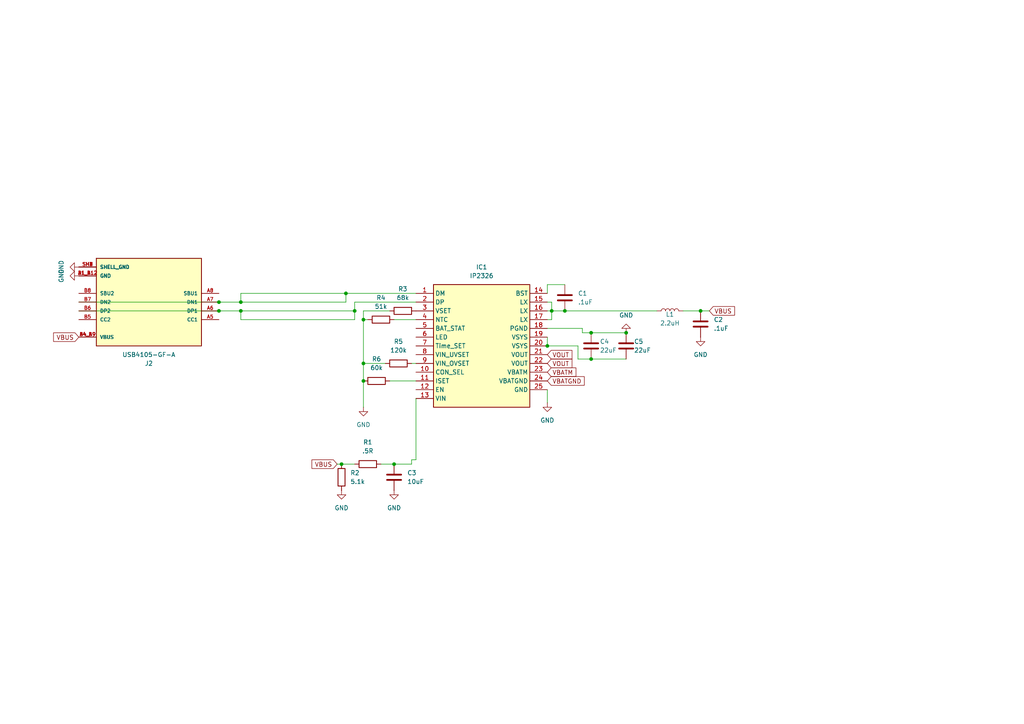
<source format=kicad_sch>
(kicad_sch (version 20231120) (generator "eeschema") (generator_version "8.0")
  (paper "A4")
  (lib_symbols
    (symbol "Device:C" (pin_numbers hide) (pin_names (offset 0.254))
      (property "Reference" "C" (at 0.635 2.54 0))
      (property "Value" "C" (at 0.635 -2.54 0))
      (symbol "C_0_1"
        (polyline (pts (xy -2.032 -0.762) (xy 2.032 -0.762)) (stroke (width 0.508)))
        (polyline (pts (xy -2.032 0.762) (xy 2.032 0.762)) (stroke (width 0.508)))
      )
      (symbol "C_1_1"
        (pin passive line (at 0 3.81 270) (length 2.794) (name "~") (number "1"))
        (pin passive line (at 0 -3.81 90) (length 2.794) (name "~") (number "2"))
      )
    )
    (symbol "Device:L" (pin_numbers hide) (pin_names (offset 1.016) hide)
      (property "Reference" "L" (at -1.27 0 90))
      (property "Value" "L" (at 1.905 0 90))
      (symbol "L_0_1"
        (arc (start 0 -2.54) (mid 0.6323 -1.905) (end 0 -1.27))
        (arc (start 0 -1.27) (mid 0.6323 -0.635) (end 0 0))
        (arc (start 0 0) (mid 0.6323 0.635) (end 0 1.27))
        (arc (start 0 1.27) (mid 0.6323 1.905) (end 0 2.54))
      )
      (symbol "L_1_1"
        (pin passive line (at 0 3.81 270) (length 1.27) (name "1") (number "1"))
        (pin passive line (at 0 -3.81 90) (length 1.27) (name "2") (number "2"))
      )
    )
    (symbol "Device:R" (pin_numbers hide) (pin_names (offset 0))
      (property "Reference" "R" (at 2.032 0 90))
      (property "Value" "R" (at 0 0 90))
      (symbol "R_0_1"
        (rectangle (start -1.016 -2.54) (end 1.016 2.54) (stroke (width 0.254)))
      )
      (symbol "R_1_1"
        (pin passive line (at 0 3.81 270) (length 1.27) (name "~") (number "1"))
        (pin passive line (at 0 -3.81 90) (length 1.27) (name "~") (number "2"))
      )
    )
    (symbol "SamacSys_Parts:IP2326"
      (property "Reference" "IC" (at 45.72 -2.54 0))
      (property "Value" "IP2326" (at 45.72 -5.08 0))
      (symbol "IP2326_1_1"
        (rectangle (start 16.51 -7.62) (end 44.45 -43.18) (stroke (width 0.254)) (fill (type background)))
        (pin passive line (at 11.43 -10.16 0) (length 5.08) (name "DM") (number "1"))
        (pin passive line (at 11.43 -33.02 0) (length 5.08) (name "CON_SEL") (number "10"))
        (pin passive line (at 11.43 -35.56 0) (length 5.08) (name "ISET") (number "11"))
        (pin passive line (at 11.43 -38.1 0) (length 5.08) (name "EN") (number "12"))
        (pin passive line (at 11.43 -40.64 0) (length 5.08) (name "VIN") (number "13"))
        (pin passive line (at 49.53 -10.16 180) (length 5.08) (name "BST") (number "14"))
        (pin passive line (at 49.53 -12.7 180) (length 5.08) (name "LX") (number "15"))
        (pin passive line (at 49.53 -15.24 180) (length 5.08) (name "LX") (number "16"))
        (pin passive line (at 49.53 -17.78 180) (length 5.08) (name "LX") (number "17"))
        (pin passive line (at 49.53 -20.32 180) (length 5.08) (name "PGND") (number "18"))
        (pin passive line (at 49.53 -22.86 180) (length 5.08) (name "VSYS") (number "19"))
        (pin passive line (at 11.43 -12.7 0) (length 5.08) (name "DP") (number "2"))
        (pin passive line (at 49.53 -25.4 180) (length 5.08) (name "VSYS") (number "20"))
        (pin passive line (at 49.53 -27.94 180) (length 5.08) (name "VOUT") (number "21"))
        (pin passive line (at 49.53 -30.48 180) (length 5.08) (name "VOUT") (number "22"))
        (pin passive line (at 49.53 -33.02 180) (length 5.08) (name "VBATM") (number "23"))
        (pin passive line (at 49.53 -35.56 180) (length 5.08) (name "VBATGND") (number "24"))
        (pin passive line (at 49.53 -38.1 180) (length 5.08) (name "GND") (number "25"))
        (pin passive line (at 11.43 -15.24 0) (length 5.08) (name "VSET") (number "3"))
        (pin passive line (at 11.43 -17.78 0) (length 5.08) (name "NTC") (number "4"))
        (pin passive line (at 11.43 -20.32 0) (length 5.08) (name "BAT_STAT") (number "5"))
        (pin passive line (at 11.43 -22.86 0) (length 5.08) (name "LED") (number "6"))
        (pin passive line (at 11.43 -25.4 0) (length 5.08) (name "Time_SET") (number "7"))
        (pin passive line (at 11.43 -27.94 0) (length 5.08) (name "VIN_UVSET") (number "8"))
        (pin passive line (at 11.43 -30.48 0) (length 5.08) (name "VIN_OVSET") (number "9"))
      )
    )
    (symbol "SamacSys_Parts:USB4105-GF-A" (pin_names (offset 1.016))
      (property "Reference" "J" (at -15.24 13.97 0))
      (property "Value" "USB4105-GF-A" (at -15.24 -15.24 0))
      (symbol "USB4105-GF-A_0_0"
        (rectangle (start -15.24 -12.7) (end 15.24 12.7) (stroke (width 0.254)) (fill (type background)))
        (pin power_in line (at 20.32 -7.62 180) (length 5.08) (name "GND") (number "A1_B12"))
        (pin power_in line (at 20.32 10.16 180) (length 5.08) (name "VBUS") (number "A4_B9"))
        (pin bidirectional line (at -20.32 5.08 0) (length 5.08) (name "CC1") (number "A5"))
        (pin bidirectional line (at -20.32 2.54 0) (length 5.08) (name "DP1") (number "A6"))
        (pin bidirectional line (at -20.32 0 0) (length 5.08) (name "DN1") (number "A7"))
        (pin bidirectional line (at -20.32 -2.54 0) (length 5.08) (name "SBU1") (number "A8"))
        (pin power_in line (at 20.32 -7.62 180) (length 5.08) (name "GND") (number "B1_A12"))
        (pin power_in line (at 20.32 10.16 180) (length 5.08) (name "VBUS") (number "B4_A9"))
        (pin bidirectional line (at 20.32 5.08 180) (length 5.08) (name "CC2") (number "B5"))
        (pin bidirectional line (at 20.32 2.54 180) (length 5.08) (name "DP2") (number "B6"))
        (pin bidirectional line (at 20.32 0 180) (length 5.08) (name "DN2") (number "B7"))
        (pin bidirectional line (at 20.32 -2.54 180) (length 5.08) (name "SBU2") (number "B8"))
        (pin power_in line (at 20.32 -10.16 180) (length 5.08) (name "SHELL_GND") (number "SH1"))
        (pin power_in line (at 20.32 -10.16 180) (length 5.08) (name "SHELL_GND") (number "SH2"))
        (pin power_in line (at 20.32 -10.16 180) (length 5.08) (name "SHELL_GND") (number "SH3"))
        (pin power_in line (at 20.32 -10.16 180) (length 5.08) (name "SHELL_GND") (number "SH4"))
      )
    )
    (symbol "power:GND" (power) (pin_numbers hide) (pin_names (offset 0) hide)
      (property "Value" "GND" (at 0 -3.81 0))
      (symbol "GND_0_1"
        (polyline (pts (xy 0 0) (xy 0 -1.27) (xy 1.27 -1.27) (xy 0 -2.54) (xy -1.27 -1.27) (xy 0 -1.27)))
      )
      (symbol "GND_1_1"
        (pin power_in line (at 0 0 270) (length 0) (name "~") (number "1"))
      )
    )
  )
  (junction (at 163.83 90.17))
  (junction (at 69.85 90.17))
  (junction (at 99.06 134.62))
  (junction (at 171.45 96.52))
  (junction (at 158.75 100.33))
  (junction (at 100.33 85.09))
  (junction (at 63.5 90.17))
  (junction (at 105.41 105.41))
  (junction (at 160.02 90.17))
  (junction (at 203.2 90.17))
  (junction (at 69.85 87.63))
  (junction (at 105.41 92.71))
  (junction (at 105.41 110.49))
  (junction (at 114.3 134.62))
  (junction (at 102.87 90.17))
  (junction (at 171.45 104.14))
  (junction (at 63.5 87.63))
  (junction (at 181.61 96.52))
  (wire (pts (xy 158.75 82.55) (xy 163.83 82.55)))
  (wire (pts (xy 205.74 90.17) (xy 203.2 90.17)))
  (wire (pts (xy 120.65 87.63) (xy 102.87 87.63)))
  (wire (pts (xy 105.41 92.71) (xy 105.41 105.41)))
  (wire (pts (xy 102.87 90.17) (xy 102.87 92.71)))
  (wire (pts (xy 99.06 134.62) (xy 102.87 134.62)))
  (wire (pts (xy 160.02 90.17) (xy 160.02 92.71)))
  (wire (pts (xy 119.38 105.41) (xy 120.65 105.41)))
  (wire (pts (xy 168.91 95.25) (xy 168.91 96.52)))
  (wire (pts (xy 105.41 92.71) (xy 106.68 92.71)))
  (wire (pts (xy 69.85 85.09) (xy 100.33 85.09)))
  (wire (pts (xy 158.75 97.79) (xy 158.75 100.33)))
  (wire (pts (xy 113.03 90.17) (xy 105.41 90.17)))
  (wire (pts (xy 160.02 87.63) (xy 158.75 87.63)))
  (wire (pts (xy 105.41 110.49) (xy 105.41 118.11)))
  (wire (pts (xy 69.85 92.71) (xy 102.87 92.71)))
  (wire (pts (xy 105.41 105.41) (xy 111.76 105.41)))
  (wire (pts (xy 114.3 134.62) (xy 119.38 134.62)))
  (wire (pts (xy 158.75 85.09) (xy 158.75 82.55)))
  (wire (pts (xy 120.65 85.09) (xy 100.33 85.09)))
  (wire (pts (xy 158.75 95.25) (xy 168.91 95.25)))
  (wire (pts (xy 158.75 92.71) (xy 160.02 92.71)))
  (wire (pts (xy 119.38 133.35) (xy 120.65 133.35)))
  (wire (pts (xy 69.85 90.17) (xy 69.85 92.71)))
  (wire (pts (xy 69.85 87.63) (xy 69.85 85.09)))
  (wire (pts (xy 167.64 104.14) (xy 167.64 100.33)))
  (wire (pts (xy 198.12 90.17) (xy 203.2 90.17)))
  (wire (pts (xy 69.85 90.17) (xy 102.87 90.17)))
  (wire (pts (xy 171.45 104.14) (xy 181.61 104.14)))
  (wire (pts (xy 167.64 100.33) (xy 158.75 100.33)))
  (wire (pts (xy 102.87 87.63) (xy 102.87 90.17)))
  (wire (pts (xy 97.79 134.62) (xy 99.06 134.62)))
  (wire (pts (xy 69.85 87.63) (xy 100.33 87.63)))
  (wire (pts (xy 190.5 90.17) (xy 163.83 90.17)))
  (wire (pts (xy 63.5 90.17) (xy 69.85 90.17)))
  (wire (pts (xy 119.38 134.62) (xy 119.38 133.35)))
  (wire (pts (xy 158.75 90.17) (xy 160.02 90.17)))
  (wire (pts (xy 171.45 96.52) (xy 181.61 96.52)))
  (wire (pts (xy 114.3 92.71) (xy 120.65 92.71)))
  (wire (pts (xy 158.75 116.84) (xy 158.75 113.03)))
  (wire (pts (xy 168.91 96.52) (xy 171.45 96.52)))
  (wire (pts (xy 110.49 134.62) (xy 114.3 134.62)))
  (wire (pts (xy 105.41 105.41) (xy 105.41 110.49)))
  (wire (pts (xy 171.45 104.14) (xy 167.64 104.14)))
  (wire (pts (xy 105.41 90.17) (xy 105.41 92.71)))
  (wire (pts (xy 22.86 90.17) (xy 63.5 90.17)))
  (wire (pts (xy 22.86 87.63) (xy 63.5 87.63)))
  (wire (pts (xy 100.33 85.09) (xy 100.33 87.63)))
  (wire (pts (xy 63.5 87.63) (xy 69.85 87.63)))
  (wire (pts (xy 113.03 110.49) (xy 120.65 110.49)))
  (wire (pts (xy 160.02 90.17) (xy 160.02 87.63)))
  (wire (pts (xy 120.65 133.35) (xy 120.65 115.57)))
  (wire (pts (xy 163.83 90.17) (xy 160.02 90.17)))
  (global_label "VBUS" (shape input) (at 205.74 90.17 0) (property "Intersheetrefs" "${INTERSHEET_REFS}" (effects (hide yes))))
  (global_label "VBUS" (shape input) (at 97.79 134.62 180) (property "Intersheetrefs" "${INTERSHEET_REFS}" (effects (hide yes))))
  (global_label "VOUT" (shape input) (at 158.75 102.87 0) (property "Intersheetrefs" "${INTERSHEET_REFS}" (effects (hide yes))))
  (global_label "VBATM" (shape input) (at 158.75 107.95 0) (property "Intersheetrefs" "${INTERSHEET_REFS}" (effects (hide yes))))
  (global_label "VBUS" (shape input) (at 22.86 97.79 180) (property "Intersheetrefs" "${INTERSHEET_REFS}" (effects (hide yes))))
  (global_label "VBATGND" (shape input) (at 158.75 110.49 0) (property "Intersheetrefs" "${INTERSHEET_REFS}" (effects (hide yes))))
  (global_label "VOUT" (shape input) (at 158.75 105.41 0) (property "Intersheetrefs" "${INTERSHEET_REFS}" (effects (hide yes))))
  (symbol (lib_id "Device:C") (at 203.2 93.98 0) (unit 1)
    (property "Reference" "C2" (at 207.01 92.7099 0) (effects (justify left)))
    (property "Value" ".1uF" (at 207.01 95.2499 0) (effects (justify left)))
    (property "Footprint" "Capacitor_SMD:C_0805_2012Metric" (effects (hide yes)))
    (property "Description" "Unpolarized capacitor" (effects (hide yes)))
  )
  (symbol (lib_id "power:GND") (at 203.2 97.79 0) (unit 1)
    (property "Reference" "#PWR06" (effects (hide yes)))
    (property "Value" "GND" (at 203.2 102.87 0))
    (property "Description" "Power symbol creates a global label with name \"GND\" , ground" (effects (hide yes)))
  )
  (symbol (lib_id "Device:C") (at 171.45 100.33 0) (unit 1)
    (property "Reference" "C4" (at 173.99 99.06 0) (effects (justify left)))
    (property "Value" "22uF" (at 173.99 101.6 0) (effects (justify left)))
    (property "Footprint" "Capacitor_SMD:C_0805_2012Metric" (effects (hide yes)))
    (property "Description" "Unpolarized capacitor" (effects (hide yes)))
  )
  (symbol (lib_id "Device:L") (at 194.31 90.17 90) (unit 1)
    (property "Reference" "L1" (at 194.31 91.186 90))
    (property "Value" "2.2uH" (at 194.31 93.726 90))
    (property "Footprint" "Inductor_SMD:L_0805_2012Metric" (effects (hide yes)))
    (property "Description" "Inductor" (effects (hide yes)))
  )
  (symbol (lib_id "Device:R") (at 115.57 105.41 270) (unit 1)
    (property "Reference" "R5" (at 115.57 99.06 90))
    (property "Value" "120k" (at 115.57 101.6 90))
    (property "Footprint" "Resistor_SMD:R_0805_2012Metric" (effects (hide yes)))
    (property "Description" "Resistor" (effects (hide yes)))
  )
  (symbol (lib_id "power:GND") (at 181.61 96.52 180) (unit 1)
    (property "Reference" "#PWR010" (effects (hide yes)))
    (property "Value" "GND" (at 181.61 91.44 0))
    (property "Description" "Power symbol creates a global label with name \"GND\" , ground" (effects (hide yes)))
  )
  (symbol (lib_id "power:GND") (at 114.3 142.24 0) (unit 1)
    (property "Reference" "#PWR07" (effects (hide yes)))
    (property "Value" "GND" (at 114.3 147.32 0))
    (property "Description" "Power symbol creates a global label with name \"GND\" , ground" (effects (hide yes)))
  )
  (symbol (lib_id "Device:R") (at 99.06 138.43 180) (unit 1)
    (property "Reference" "R2" (at 101.6 137.1599 0) (effects (justify right)))
    (property "Value" "5.1k" (at 101.6 139.6999 0) (effects (justify right)))
    (property "Footprint" "Resistor_SMD:R_0805_2012Metric" (effects (hide yes)))
    (property "Description" "Resistor" (effects (hide yes)))
  )
  (symbol (lib_id "Device:R") (at 109.22 110.49 270) (unit 1)
    (property "Reference" "R6" (at 109.22 104.14 90))
    (property "Value" "60k" (at 109.22 106.68 90))
    (property "Footprint" "Resistor_SMD:R_0805_2012Metric" (effects (hide yes)))
    (property "Description" "Resistor" (effects (hide yes)))
  )
  (symbol (lib_id "SamacSys_Parts:IP2326") (at 109.22 74.93 0) (unit 1)
    (property "Reference" "IC1" (at 139.7 77.47 0))
    (property "Value" "IP2326" (at 139.7 80.01 0))
    (property "Footprint" "Package_DFN_QFN:HVQFN-24-1EP_4x4mm_P0.5mm_EP2.5x2.5mm" (effects (hide yes)))
    (property "Datasheet" "https://www.silabs.com/documents/public/data-sheets/efm8lb1-datasheet.pdf" (effects (hide yes)))
    (property "Description" "2s lipo charger" (effects (hide yes)))
    (property "Height" "0.9" (effects (hide yes)))
    (property "Mouser Part Number" "634-LB10F16ES1CFN24R" (effects (hide yes)))
    (property "Mouser Price/Stock" "https://www.mouser.co.uk/ProductDetail/Silicon-Labs/EFM8LB10F16ES1-C-QFN24R?qs=0lSvoLzn4L9DZZ1AD9Pujg%3D%3D" (effects (hide yes)))
    (property "Manufacturer_Name" "Silicon Labs" (effects (hide yes)))
    (property "Manufacturer_Part_Number" "EFM8LB10F16ES1-C-QFN24R" (effects (hide yes)))
  )
  (symbol (lib_id "power:GND") (at 105.41 118.11 0) (unit 1)
    (property "Reference" "#PWR011" (effects (hide yes)))
    (property "Value" "GND" (at 105.41 123.19 0))
    (property "Description" "Power symbol creates a global label with name \"GND\" , ground" (effects (hide yes)))
  )
  (symbol (lib_id "Device:C") (at 181.61 100.33 0) (unit 1)
    (property "Reference" "C5" (at 183.896 99.06 0) (effects (justify left)))
    (property "Value" "22uF" (at 183.896 101.6 0) (effects (justify left)))
    (property "Footprint" "Capacitor_SMD:C_0805_2012Metric" (effects (hide yes)))
    (property "Description" "Unpolarized capacitor" (effects (hide yes)))
  )
  (symbol (lib_id "power:GND") (at 99.06 142.24 0) (unit 1)
    (property "Reference" "#PWR08" (effects (hide yes)))
    (property "Value" "GND" (at 99.06 147.32 0))
    (property "Description" "Power symbol creates a global label with name \"GND\" , ground" (effects (hide yes)))
  )
  (symbol (lib_id "Device:C") (at 163.83 86.36 0) (unit 1)
    (property "Reference" "C1" (at 167.64 85.0899 0) (effects (justify left)))
    (property "Value" ".1uF" (at 167.64 87.6299 0) (effects (justify left)))
    (property "Footprint" "Capacitor_SMD:C_0805_2012Metric" (effects (hide yes)))
    (property "Description" "Unpolarized capacitor" (effects (hide yes)))
  )
  (symbol (lib_id "Device:R") (at 110.49 92.71 270) (unit 1)
    (property "Reference" "R4" (at 110.49 86.36 90))
    (property "Value" "51k" (at 110.49 88.9 90))
    (property "Footprint" "Resistor_SMD:R_0805_2012Metric" (effects (hide yes)))
    (property "Description" "Resistor" (effects (hide yes)))
  )
  (symbol (lib_id "Device:R") (at 116.84 90.17 270) (unit 1)
    (property "Reference" "R3" (at 116.84 83.82 90))
    (property "Value" "68k" (at 116.84 86.36 90))
    (property "Footprint" "Resistor_SMD:R_0805_2012Metric" (effects (hide yes)))
    (property "Description" "Resistor" (effects (hide yes)))
  )
  (symbol (lib_id "power:GND") (at 22.86 77.47 270) (unit 1)
    (property "Reference" "#PWR04" (effects (hide yes)))
    (property "Value" "GND" (at 17.78 77.47 0))
    (property "Description" "Power symbol creates a global label with name \"GND\" , ground" (effects (hide yes)))
  )
  (symbol (lib_id "power:GND") (at 22.86 80.01 270) (unit 1)
    (property "Reference" "#PWR05" (effects (hide yes)))
    (property "Value" "GND" (at 17.78 80.01 0))
    (property "Description" "Power symbol creates a global label with name \"GND\" , ground" (effects (hide yes)))
  )
  (symbol (lib_id "Device:C") (at 114.3 138.43 0) (unit 1)
    (property "Reference" "C3" (at 118.11 137.1599 0) (effects (justify left)))
    (property "Value" "10uF" (at 118.11 139.6999 0) (effects (justify left)))
    (property "Footprint" "Capacitor_SMD:C_0805_2012Metric" (effects (hide yes)))
    (property "Description" "Unpolarized capacitor" (effects (hide yes)))
  )
  (symbol (lib_id "SamacSys_Parts:USB4105-GF-A") (at 43.18 87.63 180) (unit 1)
    (property "Reference" "J2" (at 43.18 105.41 0))
    (property "Value" "USB4105-GF-A" (at 43.18 102.87 0))
    (property "Footprint" "SamacSys_Parts:GCT_USB4105-GF-A" (effects (hide yes)))
    (property "MF" "Global Connector Technology" (effects (hide yes)))
    (property "MAXIMUM_PACKAGE_HEIGHT" "3.31 mm" (effects (hide yes)))
    (property "Package" "None" (effects (hide yes)))
    (property "Price" "None" (effects (hide yes)))
    (property "Check_prices" "https://www.snapeda.com/parts/USB4105GFA/Global+Connector+Technology/view-part/?ref=eda" (effects (hide yes)))
    (property "STANDARD" "Manufacturer Recommendations" (effects (hide yes)))
    (property "PARTREV" "B4" (effects (hide yes)))
    (property "SnapEDA_Link" "https://www.snapeda.com/parts/USB4105GFA/Global+Connector+Technology/view-part/?ref=snap" (effects (hide yes)))
    (property "MP" "USB4105GFA" (effects (hide yes)))
    (property "Description_1" "\n                        \n                            USB-C (USB TYPE-C) USB 2.0 Receptacle Connector 24 (16+8 Dummy) Position Surface Mount, Right Angle; Through Hole\n                        \n" (effects (hide yes)))
    (property "Availability" "Not in stock" (effects (hide yes)))
    (property "MANUFACTURER" "GCT" (effects (hide yes)))
  )
  (symbol (lib_id "power:GND") (at 158.75 116.84 0) (unit 1)
    (property "Reference" "#PWR09" (effects (hide yes)))
    (property "Value" "GND" (at 158.75 121.92 0))
    (property "Description" "Power symbol creates a global label with name \"GND\" , ground" (effects (hide yes)))
  )
  (symbol (lib_id "Device:R") (at 106.68 134.62 90) (unit 1)
    (property "Reference" "R1" (at 106.68 128.27 90))
    (property "Value" ".5R" (at 106.68 130.81 90))
    (property "Footprint" "Resistor_SMD:R_0805_2012Metric" (effects (hide yes)))
    (property "Description" "Resistor" (effects (hide yes)))
  )
)
</source>
